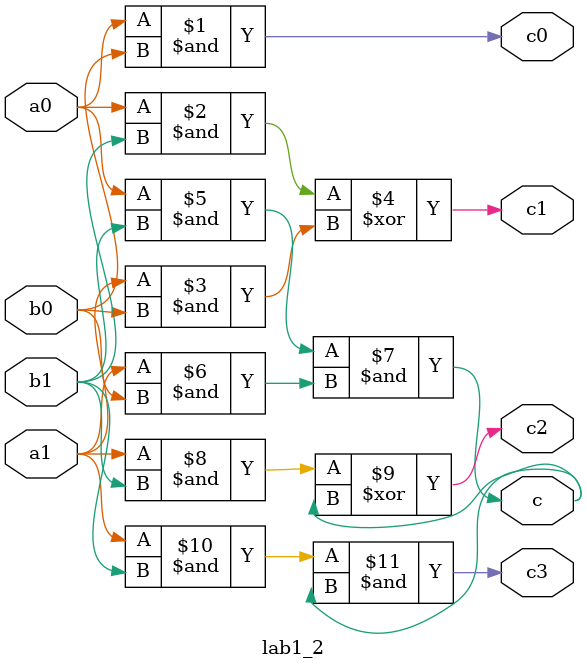
<source format=v>
`timescale 1ns / 1ps


module lab1_2(
    input a1,
    input a0,
    input b1,
    input b0,
    output c3,
    output c2,
    output c1,
    output c0,
    output c
    );
    
assign c0 = a0 & b0;
assign c1 = (a0 & b1) ^ (a1 & b0);
assign c = (a0 & b1) & (a1 & b0);
assign c2 = (a1 & b1) ^ c;
assign c3 = (a1 & b1) & c;


endmodule

</source>
